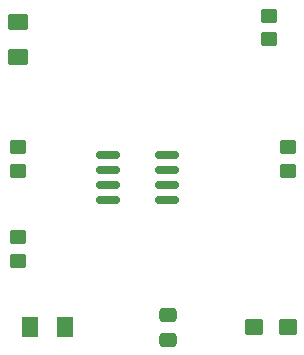
<source format=gbr>
%TF.GenerationSoftware,KiCad,Pcbnew,7.0.10*%
%TF.CreationDate,2024-01-18T13:18:40-08:00*%
%TF.ProjectId,Lab2,4c616232-2e6b-4696-9361-645f70636258,rev?*%
%TF.SameCoordinates,Original*%
%TF.FileFunction,Paste,Top*%
%TF.FilePolarity,Positive*%
%FSLAX46Y46*%
G04 Gerber Fmt 4.6, Leading zero omitted, Abs format (unit mm)*
G04 Created by KiCad (PCBNEW 7.0.10) date 2024-01-18 13:18:40*
%MOMM*%
%LPD*%
G01*
G04 APERTURE LIST*
G04 Aperture macros list*
%AMRoundRect*
0 Rectangle with rounded corners*
0 $1 Rounding radius*
0 $2 $3 $4 $5 $6 $7 $8 $9 X,Y pos of 4 corners*
0 Add a 4 corners polygon primitive as box body*
4,1,4,$2,$3,$4,$5,$6,$7,$8,$9,$2,$3,0*
0 Add four circle primitives for the rounded corners*
1,1,$1+$1,$2,$3*
1,1,$1+$1,$4,$5*
1,1,$1+$1,$6,$7*
1,1,$1+$1,$8,$9*
0 Add four rect primitives between the rounded corners*
20,1,$1+$1,$2,$3,$4,$5,0*
20,1,$1+$1,$4,$5,$6,$7,0*
20,1,$1+$1,$6,$7,$8,$9,0*
20,1,$1+$1,$8,$9,$2,$3,0*%
G04 Aperture macros list end*
%ADD10RoundRect,0.150000X-0.825000X-0.150000X0.825000X-0.150000X0.825000X0.150000X-0.825000X0.150000X0*%
%ADD11RoundRect,0.250001X0.462499X0.624999X-0.462499X0.624999X-0.462499X-0.624999X0.462499X-0.624999X0*%
%ADD12RoundRect,0.250000X-0.450000X0.350000X-0.450000X-0.350000X0.450000X-0.350000X0.450000X0.350000X0*%
%ADD13RoundRect,0.250000X-0.475000X0.337500X-0.475000X-0.337500X0.475000X-0.337500X0.475000X0.337500X0*%
%ADD14RoundRect,0.250000X0.537500X0.425000X-0.537500X0.425000X-0.537500X-0.425000X0.537500X-0.425000X0*%
%ADD15RoundRect,0.250001X0.624999X-0.462499X0.624999X0.462499X-0.624999X0.462499X-0.624999X-0.462499X0*%
G04 APERTURE END LIST*
D10*
%TO.C,U1*%
X71185000Y-43815000D03*
X71185000Y-45085000D03*
X71185000Y-46355000D03*
X71185000Y-47625000D03*
X76135000Y-47625000D03*
X76135000Y-46355000D03*
X76135000Y-45085000D03*
X76135000Y-43815000D03*
%TD*%
D11*
%TO.C,D2*%
X67527500Y-58420000D03*
X64552500Y-58420000D03*
%TD*%
D12*
%TO.C,R2*%
X86360000Y-45180000D03*
X86360000Y-43180000D03*
%TD*%
%TO.C,R1*%
X84820000Y-34020000D03*
X84820000Y-32020000D03*
%TD*%
%TO.C,R3*%
X63500000Y-43180000D03*
X63500000Y-45180000D03*
%TD*%
D13*
%TO.C,C2*%
X76200000Y-57382500D03*
X76200000Y-59457500D03*
%TD*%
D14*
%TO.C,C1*%
X83485000Y-58420000D03*
X86360000Y-58420000D03*
%TD*%
D12*
%TO.C,R4*%
X63500000Y-50800000D03*
X63500000Y-52800000D03*
%TD*%
D15*
%TO.C,D1*%
X63500000Y-35560000D03*
X63500000Y-32585000D03*
%TD*%
M02*

</source>
